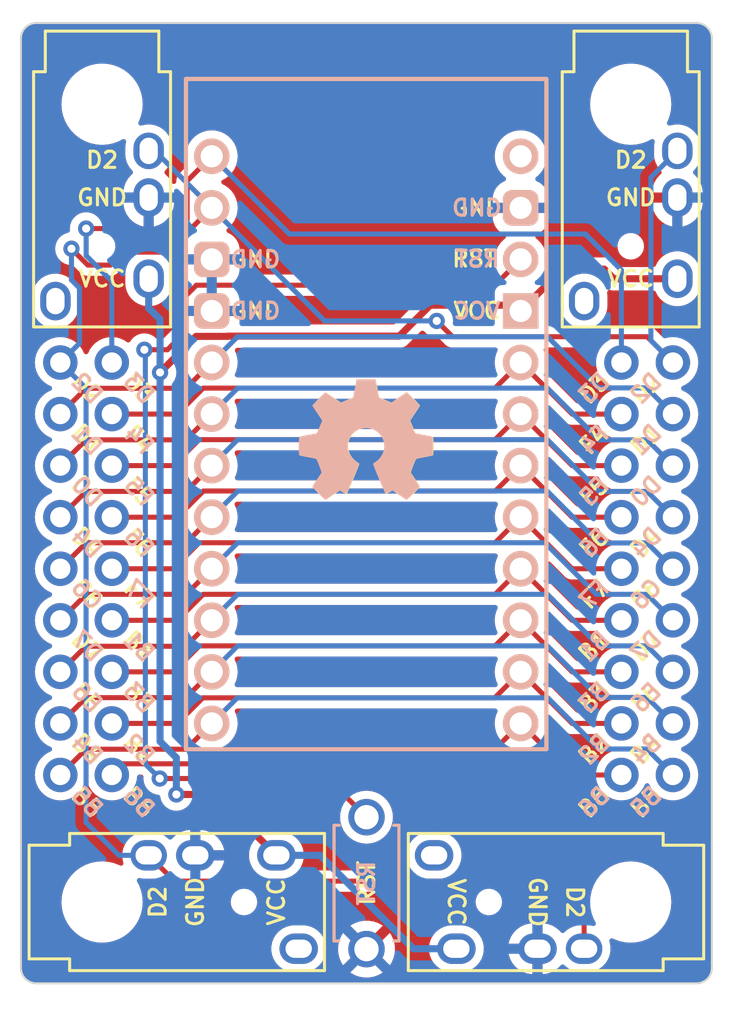
<source format=kicad_pcb>
(kicad_pcb (version 20221018) (generator pcbnew)
  (layers (0 "F.Cu" signal) (31 "B.Cu" signal) (34 "B.Paste" user) (35 "F.Paste" user) (36 "B.SilkS" user "B.Silkscreen") (37 "F.SilkS" user "F.Silkscreen") (38 "B.Mask" user) (39 "F.Mask" user) (44 "Edge.Cuts" user))
  (net 0 "")
  (net 1 "B5")
  (net 2 "B4")
  (net 3 "E6")
  (net 4 "D7")
  (net 5 "C6")
  (net 6 "D4")
  (net 7 "D0")
  (net 8 "D3")
  (net 9 "D1")
  (net 10 "F4")
  (net 11 "F5")
  (net 12 "B6")
  (net 13 "B2")
  (net 14 "B3")
  (net 15 "B1")
  (net 16 "F7")
  (net 17 "F6")
  (net 18 "GND")
  (net 19 "RESET")
  (net 20 "D2")
  (net 21 "VCC")
  (net 22 "VBUS")
  (footprint "DreaM117er-keebLibrary:TRRS-PJ-320A" (layer "F.Cu") (at 20.255 61.27 90)
    (fp_text reference "T1" hide)
    (fp_text value "AudioJack4" hide)
    (fp_text user "VCC" (at 0 10.2 90 unlocked) (layer "F.SilkS") (effects (font (size 0.8 0.8))))
    (fp_text user "GND" (at 0 6.2 90 unlocked) (layer "F.SilkS") (effects (font (size 0.8 0.8))))
    (fp_text user "D2" (at 0 4.35 90 unlocked) (layer "F.SilkS") (effects (font (size 0.8 0.8))))
    (pad "" np_thru_hole circle (at 0 1.6 90) (size 3.5 3.5) (drill 3.5) (layers "F&B.Cu" "*.Mask"))
    (pad "" np_thru_hole circle (at 0 8.6 90) (size 0.8 0.8) (drill 0.8) (layers "F&B.Cu" "*.Mask"))
    (pad "1" thru_hole oval (at 2.3 10.2 90) (size 1.5 1.9) (drill oval 0.9 1.3) (layers "*.Cu" "*.Mask") (net 21 "VCC"))
    (pad "2" thru_hole oval (at 2.3 3.9 90) (size 1.5 1.8) (drill oval 0.9 1.3) (layers "*.Cu" "*.Mask") (net 20 "D2"))
    (pad "3" thru_hole oval (at 2.3 6.2 90) (size 1.5 1.9) (drill oval 0.9 1.3) (layers "*.Cu" "*.Mask") (net 18 "GND"))
    (pad "4" thru_hole oval (at -2.3 11.3 90) (size 1.5 1.9) (drill oval 0.9 1.3) (layers "*.Cu" "*.Mask"))
  )
  (footprint "DreaM117er-keebLibrary:ResetSW_1side" (layer "F.Cu") (at 34.9 60.34 -90)
    (fp_text reference "SW1" hide)
    (fp_text value "SW_Push" hide)
    (fp_text user "RST" (at 0 0.005 90) (layer "B.SilkS") (effects (font (size 0.8 0.8)) (justify mirror)))
    (fp_text user "RST" (at 0 0 90) (layer "F.SilkS") (effects (font (size 0.8 0.8))))
    (pad "1" thru_hole circle (at 3.25 0 270) (size 1.8 1.8) (drill 1.2) (layers "*.Cu" "*.Mask") (net 18 "GND"))
    (pad "2" thru_hole circle (at -3.25 0 270) (size 1.8 1.8) (drill 1.2) (layers "*.Cu" "*.Mask") (net 19 "RESET"))
  )
  (footprint "DreaM117er-keebLibrary:ProMicro" (layer "F.Cu") (at 34.885 38.5 -90)
    (fp_text reference "U1" hide)
    (fp_text value "ProMicro" hide)
    (fp_text user "GND" (at -6.35 5.461) (layer "B.SilkS") (effects (font (size 0.8 0.8)) (justify mirror)))
    (fp_text user "GND" (at -11.43 -5.461) (layer "B.SilkS") (effects (font (size 0.8 0.8)) (justify mirror)))
    (fp_text user "VCC" (at -6.35 -5.461) (layer "B.SilkS") (effects (font (size 0.8 0.8)) (justify mirror)))
    (fp_text user "RST" (at -8.91 -5.48) (layer "B.SilkS") (effects (font (size 0.8 0.8)) (justify mirror)))
    (fp_text user "GND" (at -8.89 5.461) (layer "B.SilkS") (effects (font (size 0.8 0.8)) (justify mirror)))
    (fp_text user "GND" (at -8.89 5.461) (layer "F.SilkS") (effects (font (size 0.8 0.8))))
    (fp_text user "GND" (at -6.35 5.461) (layer "F.SilkS") (effects (font (size 0.8 0.8))))
    (fp_text user "VCC" (at -6.35 -5.461) (layer "F.SilkS") (effects (font (size 0.8 0.8))))
    (fp_text user "RST" (at -8.92 -5.34) (layer "F.SilkS") (effects (font (size 0.8 0.8))))
    (fp_text user "GND" (at -11.43 -5.461) (layer "F.SilkS") (effects (font (size 0.8 0.8))))
    (pad "1" thru_hole circle (at -13.97 7.62 270) (size 1.7526 1.7526) (drill 1.0922) (layers "*.Cu" "*.SilkS" "*.Mask") (net 8 "D3"))
    (pad "2" thru_hole circle (at -11.43 7.62 270) (size 1.7526 1.7526) (drill 1.0922) (layers "*.Cu" "*.SilkS" "*.Mask") (net 20 "D2"))
    (pad "3" thru_hole roundrect (at -8.89 7.62 270) (size 1.7526 1.7526) (drill 1.0922) (layers "*.Cu" "*.SilkS" "*.Mask") (net 18 "GND"))
    (pad "4" thru_hole roundrect (at -6.35 7.62 270) (size 1.7526 1.7526) (drill 1.0922) (layers "*.Cu" "*.SilkS" "*.Mask") (net 18 "GND"))
    (pad "5" thru_hole circle (at -3.81 7.62 270) (size 1.7526 1.7526) (drill 1.0922) (layers "*.Cu" "*.SilkS" "*.Mask") (net 9 "D1"))
    (pad "6" thru_hole circle (at -1.27 7.62 270) (size 1.7526 1.7526) (drill 1.0922) (layers "*.Cu" "*.SilkS" "*.Mask") (net 7 "D0"))
    (pad "7" thru_hole circle (at 1.27 7.62 270) (size 1.7526 1.7526) (drill 1.0922) (layers "*.Cu" "*.SilkS" "*.Mask") (net 6 "D4"))
    (pad "8" thru_hole circle (at 3.81 7.62 270) (size 1.7526 1.7526) (drill 1.0922) (layers "*.Cu" "*.SilkS" "*.Mask") (net 5 "C6"))
    (pad "9" thru_hole circle (at 6.35 7.62 270) (size 1.7526 1.7526) (drill 1.0922) (layers "*.Cu" "*.SilkS" "*.Mask") (net 4 "D7"))
    (pad "10" thru_hole circle (at 8.89 7.62 270) (size 1.7526 1.7526) (drill 1.0922) (layers "*.Cu" "*.SilkS" "*.Mask") (net 3 "E6"))
    (pad "11" thru_hole circle (at 11.43 7.62 270) (size 1.7526 1.7526) (drill 1.0922) (layers "*.Cu" "*.SilkS" "*.Mask") (net 2 "B4"))
    (pad "12" thru_hole circle (at 13.97 7.62 270) (size 1.7526 1.7526) (drill 1.0922) (layers "*.Cu" "*.SilkS" "*.Mask") (net 1 "B5"))
    (pad "13" thru_hole circle (at 13.97 -7.62 270) (size 1.7526 1.7526) (drill 1.0922) (layers "*.Cu" "*.SilkS" "*.Mask") (net 12 "B6"))
    (pad "14" thru_hole circle (at 11.43 -7.62 270) (size 1.7526 1.7526) (drill 1.0922) (layers "*.Cu" "*.SilkS" "*.Mask") (net 13 "B2"))
    (pad "15" thru_hole circle (at 8.89 -7.62 270) (size 1.7526 1.7526) (drill 1.0922) (layers "*.Cu" "*.SilkS" "*.Mask") (net 14 "B3"))
    (pad "16" thru_hole circle (at 6.35 -7.62 270) (size 1.7526 1.7526) (drill 1.0922) (layers "*.Cu" "*.SilkS" "*.Mask") (net 15 "B1"))
    (pad "17" thru_hole circle (at 3.81 -7.62 270) (size 1.7526 1.7526) (drill 1.0922) (layers "*.Cu" "*.SilkS" "*.Mask") (net 16 "F7"))
    (pad "18" thru_hole circle (at 1.27 -7.62 270) (size 1.7526 1.7526) (drill 1.0922) (layers "*.Cu" "*.SilkS" "*.Mask") (net 17 "F6"))
    (pad "19" thru_hole circle (at -1.27 -7.62 270) (size 1.7526 1.7526) (drill 1.0922) (layers "*.Cu" "*.SilkS" "*.Mask") (net 11 "F5"))
    (pad "20" thru_hole circle (at -3.81 -7.62 270) (size 1.7526 1.7526) (drill 1.0922) (layers "*.Cu" "*.SilkS" "*.Mask") (net 10 "F4"))
    (pad "21" thru_hole rect (at -6.35 -7.62 270) (size 1.7526 1.7526) (drill 1.0922) (layers "*.Cu" "*.SilkS" "*.Mask") (net 21 "VCC"))
    (pad "22" thru_hole circle (at -8.89 -7.62 270) (size 1.7526 1.7526) (drill 1.0922) (layers "*.Cu" "*.SilkS" "*.Mask") (net 19 "RESET"))
    (pad "23" thru_hole roundrect (at -11.43 -7.62 270) (size 1.7526 1.7526) (drill 1.0922) (layers "*.Cu" "*.SilkS" "*.Mask") (net 18 "GND"))
    (pad "24" thru_hole circle (at -13.97 -7.62 270) (size 1.7526 1.7526) (drill 1.0922) (layers "*.Cu" "*.SilkS" "*.Mask") (net 22 "VBUS"))
  )
  (footprint "Symbol:OSHW-Symbol_6.7x6mm_SilkScreen" (layer "F.Cu") (at 34.885 38.5)
    (fp_text reference "REF**" hide)
    (fp_text value "OSHW-Symbol_6.7x6mm_SilkScreen" hide)
  )
  (footprint "DreaM117er-keebLibrary:TRRS-PJ-320A" (layer "F.Cu") (at 49.535 61.27 -90)
    (fp_text reference "T4" hide)
    (fp_text value "AudioJack4" hide)
    (fp_text user "VCC" (at 0 10.2 -90 unlocked) (layer "F.SilkS") (effects (font (size 0.8 0.8))))
    (fp_text user "GND" (at 0 6.2 -90 unlocked) (layer "F.SilkS") (effects (font (size 0.8 0.8))))
    (fp_text user "D2" (at 0 4.35 -90 unlocked) (layer "F.SilkS") (effects (font (size 0.8 0.8))))
    (pad "" np_thru_hole circle (at 0 1.6 270) (size 3.5 3.5) (drill 3.5) (layers "F&B.Cu" "*.Mask"))
    (pad "" np_thru_hole circle (at 0 8.6 270) (size 0.8 0.8) (drill 0.8) (layers "F&B.Cu" "*.Mask"))
    (pad "1" thru_hole oval (at 2.3 10.2 270) (size 1.5 1.9) (drill oval 0.9 1.3) (layers "*.Cu" "*.Mask") (net 21 "VCC"))
    (pad "2" thru_hole oval (at 2.3 3.9 270) (size 1.5 1.8) (drill oval 0.9 1.3) (layers "*.Cu" "*.Mask") (net 20 "D2"))
    (pad "3" thru_hole oval (at 2.3 6.2 270) (size 1.5 1.9) (drill oval 0.9 1.3) (layers "*.Cu" "*.Mask") (net 18 "GND"))
    (pad "4" thru_hole oval (at -2.3 11.3 270) (size 1.5 1.9) (drill oval 0.9 1.3) (layers "*.Cu" "*.Mask"))
  )
  (footprint "DreaM117er-keebLibrary:TRRS-PJ-320A" (layer "F.Cu") (at 21.855 20.3635)
    (fp_text reference "T3" hide)
    (fp_text value "AudioJack4" hide)
    (fp_text user "GND" (at 0 6.2 unlocked) (layer "F.SilkS") (effects (font (size 0.8 0.8))))
    (fp_text user "VCC" (at 0 10.2 unlocked) (layer "F.SilkS") (effects (font (size 0.8 0.8))))
    (fp_text user "D2" (at 0 4.35 unlocked) (layer "F.SilkS") (effects (font (size 0.8 0.8))))
    (pad "" np_thru_hole circle (at 0 1.6) (size 3.5 3.5) (drill 3.5) (layers "F&B.Cu" "*.Mask"))
    (pad "" np_thru_hole circle (at 0 8.6) (size 0.8 0.8) (drill 0.8) (layers "F&B.Cu" "*.Mask"))
    (pad "1" thru_hole oval (at 2.3 10.2) (size 1.5 1.9) (drill oval 0.9 1.3) (layers "*.Cu" "*.Mask") (net 21 "VCC"))
    (pad "2" thru_hole oval (at 2.3 3.9) (size 1.5 1.8) (drill oval 0.9 1.3) (layers "*.Cu" "*.Mask") (net 20 "D2"))
    (pad "3" thru_hole oval (at 2.3 6.2) (size 1.5 1.9) (drill oval 0.9 1.3) (layers "*.Cu" "*.Mask") (net 18 "GND"))
    (pad "4" thru_hole oval (at -2.3 11.3) (size 1.5 1.9) (drill oval 0.9 1.3) (layers "*.Cu" "*.Mask"))
  )
  (footprint "DreaM117er-keebLibrary:PinHeader_2x09_P2.54mm_Vertical_Rside" (layer "F.Cu") (at 47.475 34.69)
    (fp_text reference "J2" hide)
    (fp_text value "ProMicro18pin" hide)
    (fp_text user "F5" (at -1.34 6.35 45 unlocked) (layer "B.SilkS") (effects (font (size 0.8 0.8)) (justify mirror)))
    (fp_text user "D4" (at 1.22 8.88 45 unlocked) (layer "B.SilkS") (effects (font (size 0.8 0.8)) (justify mirror)))
    (fp_text user "F4" (at -1.34 3.81 45 unlocked) (layer "B.SilkS") (effects (font (size 0.8 0.8)) (justify mirror)))
    (fp_text user "B5" (at 1.22 21.66 45 unlocked) (layer "B.SilkS") (effects (font (size 0.8 0.8)) (justify mirror)))
    (fp_text user "D2" (at 1.22 1.27 45 unlocked) (layer "B.SilkS") (effects (font (size 0.8 0.8)) (justify mirror)))
    (fp_text user "D0" (at 1.22 6.35 45 unlocked) (layer "B.SilkS") (effects (font (size 0.8 0.8)) (justify mirror)))
    (fp_text user "D7" (at 1.22 13.98 45 unlocked) (layer "B.SilkS") (effects (font (size 0.8 0.8)) (justify mirror)))
    (fp_text user "D3" (at -1.34 1.27 45 unlocked) (layer "B.SilkS") (effects (font (size 0.8 0.8)) (justify mirror)))
    (fp_text user "B6" (at -1.34 21.66 45 unlocked) (layer "B.SilkS") (effects (font (size 0.8 0.8)) (justify mirror)))
    (fp_text user "B2" (at -1.34 19.05 45 unlocked) (layer "B.SilkS") (effects (font (size 0.8 0.8)) (justify mirror)))
    (fp_text user "B4" (at 1.22 19.05 45 unlocked) (layer "B.SilkS") (effects (font (size 0.8 0.8)) (justify mirror)))
    (fp_text user "F7" (at -1.34 11.42 45 unlocked) (layer "B.SilkS") (effects (font (size 0.8 0.8)) (justify mirror)))
    (fp_text user "B1" (at -1.34 13.98 45 unlocked) (layer "B.SilkS") (effects (font (size 0.8 0.8)) (justify mirror)))
    (fp_text user "E6" (at 1.22 16.51 45 unlocked) (layer "B.SilkS") (effects (font (size 0.8 0.8)) (justify mirror)))
    (fp_text user "B3" (at -1.34 16.51 45 unlocked) (layer "B.SilkS") (effects (font (size 0.8 0.8)) (justify mirror)))
    (fp_text user "D1" (at 1.22 3.81 45 unlocked) (layer "B.SilkS") (effects (font (size 0.8 0.8)) (justify mirror)))
    (fp_text user "C6" (at 1.22 11.42 45 unlocked) (layer "B.SilkS") (effects (font (size 0.8 0.8)) (justify mirror)))
    (fp_text user "F6" (at -1.34 8.88 45 unlocked) (layer "B.SilkS") (effects (font (size 0.8 0.8)) (justify mirror)))
    (fp_text user "B5" (at 1.22 21.66 45 unlocked) (layer "F.SilkS") (effects (font (size 0.8 0.8))))
    (fp_text user "D3" (at -1.34 1.27 45 unlocked) (layer "F.SilkS") (effects (font (size 0.8 0.8))))
    (fp_text user "F4" (at -1.34 3.81 45 unlocked) (layer "F.SilkS") (effects (font (size 0.8 0.8))))
    (fp_text user "B6" (at -1.34 21.66 45 unlocked) (layer "F.SilkS") (effects (font (size 0.8 0.8))))
    (fp_text user "B2" (at -1.34 19.05 45 unlocked) (layer "F.SilkS") (effects (font (size 0.8 0.8))))
    (fp_text user "D1" (at 1.22 3.81 45 unlocked) (layer "F.SilkS") (effects (font (size 0.8 0.8))))
    (fp_text user "F5" (at -1.34 6.35 45 unlocked) (layer "F.SilkS") (effects (font (size 0.8 0.8))))
    (fp_text user "F7" (at -1.34 11.42 45 unlocked) (layer "F.SilkS") (effects (font (size 0.8 0.8))))
    (fp_text user "B1" (at -1.34 13.98 45 unlocked) (layer "F.SilkS") (effects (font (size 0.8 0.8))))
    (fp_text user "B4" (at 1.22 19.05 45 unlocked) (layer "F.SilkS") (effects (font (size 0.8 0.8))))
    (fp_text user "D4" (at 1.22 8.88 45 unlocked) (layer "F.SilkS") (effects (font (size 0.8 0.8))))
    (fp_text user "D2" (at 1.22 1.27 45 unlocked) (layer "F.SilkS") (effects (font (size 0.8 0.8))))
    (fp_text user "F6" (at -1.34 8.88 45 unlocked) (layer "F.SilkS") (effects (font (size 0.8 0.8))))
    (fp_text user "D0" (at 1.22 6.35 45 unlocked) (layer "F.SilkS") (effects (font (size 0.8 0.8))))
    (fp_text user "B3" (at -1.34 16.51 45 unlocked) (layer "F.SilkS") (effects (font (size 0.8 0.8))))
    (fp_text user "D7" (at 1.22 13.98 45 unlocked) (layer "F.SilkS") (effects (font (size 0.8 0.8))))
    (fp_text user "E6" (at 1.22 16.51 45 unlocked) (layer "F.SilkS") (effects (font (size 0.8 0.8))))
    (fp_text user "C6" (at 1.22 11.42 45 unlocked) (layer "F.SilkS") (effects (font (size 0.8 0.8))))
    (pad "1" thru_hole oval (at 2.54 0) (size 1.7 1.7) (drill 1) (layers "*.Cu" "*.Mask") (net 20 "D2"))
    (pad "2" thru_hole oval (at 2.54 2.54) (size 1.7 1.7) (drill 1) (layers "*.Cu" "*.Mask") (net 9 "D1"))
    (pad "3" thru_hole oval (at 2.54 5.08) (size 1.7 1.7) (drill 1) (layers "*.Cu" "*.Mask") (net 7 "D0"))
    (pad "4" thru_hole oval (at 2.54 7.62) (size 1.7 1.7) (drill 1) (layers "*.Cu" "*.Mask") (net 6 "D4"))
    (pad "5" thru_hole oval (at 2.54 10.16) (size 1.7 1.7) (drill 1) (layers "*.Cu" "*.Mask") (net 5 "C6"))
    (pad "6" thru_hole oval (at 2.54 12.7) (size 1.7 1.7) (drill 1) (layers "*.Cu" "*.Mask") (net 4 "D7"))
    (pad "7" thru_hole oval (at 2.54 15.24) (size 1.7 1.7) (drill 1) (layers "*.Cu" "*.Mask") (net 3 "E6"))
    (pad "8" thru_hole oval (at 2.54 17.78) (size 1.7 1.7) (drill 1) (layers "*.Cu" "*.Mask") (net 2 "B4"))
    (pad "9" thru_hole oval (at 2.54 20.32) (size 1.7 1.7) (drill 1) (layers "*.Cu" "*.Mask") (net 1 "B5"))
    (pad "10" thru_hole circle (at 0 0) (size 1.7 1.7) (drill 1) (layers "*.Cu" "*.Mask") (net 8 "D3"))
    (pad "11" thru_hole oval (at 0 2.54) (size 1.7 1.7) (drill 1) (layers "*.Cu" "*.Mask") (net 10 "F4"))
    (pad "12" thru_hole oval (at 0 5.08) (size 1.7 1.7) (drill 1) (layers "*.Cu" "*.Mask") (net 11 "F5"))
    (pad "13" thru_hole oval (at 0 7.62) (size 1.7 1.7) (drill 1) (layers "*.Cu" "*.Mask") (net 17 "F6"))
    (pad "14" thru_hole oval (at 0 10.16) (size 1.7 1.7) (drill 1) (layers "*.Cu" "*.Mask") (net 16 "F7"))
    (pad "15" thru_hole oval (at 0 12.7) (size 1.7 1.7) (drill 1) (layers "*.Cu" "*.Mask") (net 15 "B1"))
    (pad "16" thru_hole oval (at 0 15.24) (size 1.7 1.7) (drill 1) (layers "*.Cu" "*.Mask") (net 14 "B3"))
    (pad "17" thru_hole oval (at 0 17.78) (size 1.7 1.7) (drill 1) (layers "*.Cu" "*.Mask") (net 13 "B2"))
    (pad "18" thru_hole oval (at 0 20.32) (size 1.7 1.7) (drill 1) (layers "*.Cu" "*.Mask") (net 12 "B6"))
  )
  (footprint "DreaM117er-keebLibrary:TRRS-PJ-320A" (layer "F.Cu") (at 47.935 20.3635)
    (fp_text reference "T2" hide)
    (fp_text value "AudioJack4" hide)
    (fp_text user "VCC" (at 0 10.2 unlocked) (layer "F.SilkS") (effects (font (size 0.8 0.8))))
    (fp_text user "GND" (at 0 6.2 unlocked) (layer "F.SilkS") (effects (font (size 0.8 0.8))))
    (fp_text user "D2" (at 0 4.35 unlocked) (layer "F.SilkS") (effects (font (size 0.8 0.8))))
    (pad "" np_thru_hole circle (at 0 1.6) (size 3.5 3.5) (drill 3.5) (layers "F&B.Cu" "*.Mask"))
    (pad "" np_thru_hole circle (at 0 8.6) (size 0.8 0.8) (drill 0.8) (layers "F&B.Cu" "*.Mask"))
    (pad "1" thru_hole oval (at 2.3 10.2) (size 1.5 1.9) (drill oval 0.9 1.3) (layers "*.Cu" "*.Mask") (net 21 "VCC"))
    (pad "2" thru_hole oval (at 2.3 3.9) (size 1.5 1.8) (drill oval 0.9 1.3) (layers "*.Cu" "*.Mask") (net 20 "D2"))
    (pad "3" thru_hole oval (at 2.3 6.2) (size 1.5 1.9) (drill oval 0.9 1.3) (layers "*.Cu" "*.Mask") (net 18 "GND"))
    (pad "4" thru_hole oval (at -2.3 11.3) (size 1.5 1.9) (drill oval 0.9 1.3) (layers "*.Cu" "*.Mask"))
  )
  (footprint "Symbol:OSHW-Symbol_6.7x6mm_SilkScreen" (layer "B.Cu") (at 34.885 38.5 180)
    (fp_text reference "REF**" hide)
    (fp_text value "OSHW-Symbol_6.7x6mm_SilkScreen" hide)
  )
  (footprint "DreaM117er-keebLibrary:PinHeader_2x09_P2.54mm_Vertical_Rside" (layer "B.Cu") (at 22.335 34.69 180)
    (fp_text reference "J1" hide)
    (fp_text value "ProMicro18pin" hide)
    (fp_text user "D3" (at -1.34 -1.27 315 unlocked) (layer "B.SilkS") (effects (font (size 0.8 0.8)) (justify mirror)))
    (fp_text user "F7" (at -1.34 -11.42 315 unlocked) (layer "B.SilkS") (effects (font (size 0.8 0.8)) (justify mirror)))
    (fp_text user "D0" (at 1.22 -6.35 315 unlocked) (layer "B.SilkS") (effects (font (size 0.8 0.8)) (justify mirror)))
    (fp_text user "C6" (at 1.22 -11.42 315 unlocked) (layer "B.SilkS") (effects (font (size 0.8 0.8)) (justify mirror)))
    (fp_text user "B4" (at 1.22 -19.05 315 unlocked) (layer "B.SilkS") (effects (font (size 0.8 0.8)) (justify mirror)))
    (fp_text user "B3" (at -1.34 -16.51 315 unlocked) (layer "B.SilkS") (effects (font (size 0.8 0.8)) (justify mirror)))
    (fp_text user "F6" (at -1.34 -8.88 315 unlocked) (layer "B.SilkS") (effects (font (size 0.8 0.8)) (justify mirror)))
    (fp_text user "D4" (at 1.22 -8.88 315 unlocked) (layer "B.SilkS") (effects (font (size 0.8 0.8)) (justify mirror)))
    (fp_text user "E6" (at 1.22 -16.51 315 unlocked) (layer "B.SilkS") (effects (font (size 0.8 0.8)) (justify mirror)))
    (fp_text user "D2" (at 1.22 -1.27 315 unlocked) (layer "B.SilkS") (effects (font (size 0.8 0.8)) (justify mirror)))
    (fp_text user "B6" (at -1.34 -21.66 315 unlocked) (layer "B.SilkS") (effects (font (size 0.8 0.8)) (justify mirror)))
    (fp_text user "B2" (at -1.34 -19.05 315 unlocked) (layer "B.SilkS") (effects (font (size 0.8 0.8)) (justify mirror)))
    (fp_text user "D1" (at 1.22 -3.81 315 unlocked) (layer "B.SilkS") (effects (font (size 0.8 0.8)) (justify mirror)))
    (fp_text user "F4" (at -1.34 -3.81 315 unlocked) (layer "B.SilkS") (effects (font (size 0.8 0.8)) (justify mirror)))
    (fp_text user "F5" (at -1.34 -6.35 315 unlocked) (layer "B.SilkS") (effects (font (size 0.8 0.8)) (justify mirror)))
    (fp_text user "B1" (at -1.34 -13.98 315 unlocked) (layer "B.SilkS") (effects (font (size 0.8 0.8)) (justify mirror)))
    (fp_text user "B5" (at 1.22 -21.66 315 unlocked) (layer "B.SilkS") (effects (font (size 0.8 0.8)) (justify mirror)))
    (fp_text user "D7" (at 1.22 -13.98 315 unlocked) (layer "B.SilkS") (effects (font (size 0.8 0.8)) (justify mirror)))
    (fp_text user "E6" (at 1.22 -16.51 315 unlocked) (layer "F.SilkS") (effects (font (size 0.8 0.8))))
    (fp_text user "F5" (at -1.34 -6.35 315 unlocked) (layer "F.SilkS") (effects (font (size 0.8 0.8))))
    (fp_text user "D1" (at 1.22 -3.81 315 unlocked) (layer "F.SilkS") (effects (font (size 0.8 0.8))))
    (fp_text user "F7" (at -1.34 -11.42 315 unlocked) (layer "F.SilkS") (effects (font (size 0.8 0.8))))
    (fp_text user "B2" (at -1.34 -19.05 315 unlocked) (layer "F.SilkS") (effects (font (size 0.8 0.8))))
    (fp_text user "C6" (at 1.22 -11.42 315 unlocked) (layer "F.SilkS") (effects (font (size 0.8 0.8))))
    (fp_text user "D2" (at 1.22 -1.27 315 unlocked) (layer "F.SilkS") (effects (font (size 0.8 0.8))))
    (fp_text user "D7" (at 1.22 -13.98 315 unlocked) (layer "F.SilkS") (effects (font (size 0.8 0.8))))
    (fp_text user "B5" (at 1.22 -21.66 315 unlocked) (layer "F.SilkS") (effects (font (size 0.8 0.8))))
    (fp_text user "F4" (at -1.34 -3.81 315 unlocked) (layer "F.SilkS") (effects (font (size 0.8 0.8))))
    (fp_text user "D4" (at 1.22 -8.88 315 unlocked) (layer "F.SilkS") (effects (font (size 0.8 0.8))))
    (fp_text user "B6" (at -1.34 -21.66 315 unlocked) (layer "F.SilkS") (effects (font (size 0.8 0.8))))
    (fp_text user "B4" (at 1.22 -19.05 315 unlocked) (layer "F.SilkS") (effects (font (size 0.8 0.8))))
    (fp_text user "D0" (at 1.22 -6.35 315 unlocked) (layer "F.SilkS") (effects (font (size 0.8 0.8))))
    (fp_text user "B1" (at -1.34 -13.98 315 unlocked) (layer "F.SilkS") (effects (font (size 0.8 0.8))))
    (fp_text user "F6" (at -1.34 -8.88 315 unlocked) (layer "F.SilkS") (effects (font (size 0.8 0.8))))
    (fp_text user "B3" (at -1.34 -16.51 315 unlocked) (layer "F.SilkS") (effects (font (size 0.8 0.8))))
    (fp_text user "D3" (at -1.34 -1.27 315 unlocked) (layer "F.SilkS") (effects (font (size 0.8 0.8))))
    (pad "1" thru_hole oval (at 2.54 0 180) (size 1.7 1.7) (drill 1) (layers "*.Cu" "*.Mask") (net 20 "D2"))
    (pad "2" thru_hole oval (at 2.54 -2.54 180) (size 1.7 1.7) (drill 1) (layers "*.Cu" "*.Mask") (net 9 "D1"))
    (pad "3" thru_hole oval (at 2.54 -5.08 180) (size 1.7 1.7) (drill 1) (layers "*.Cu" "*.Mask") (net 7 "D0"))
    (pad "4" thru_hole oval (at 2.54 -7.62 180) (size 1.7 1.7) (drill 1) (layers "*.Cu" "*.Mask") (net 6 "D4"))
    (pad "5" thru_hole oval (at 2.54 -10.16 180) (size 1.7 1.7) (drill 1) (layers "*.Cu" "*.Mask") (net 5 "C6"))
    (pad "6" thru_hole oval (at 2.54 -12.7 180) (size 1.7 1.7) (drill 1) (layers "*.Cu" "*.Mask") (net 4 "D7"))
    (pad "7" thru_hole oval (at 2.54 -15.24 180) (size 1.7 1.7) (drill 1) (layers "*.Cu" "*.Mask") (net 3 "E6"))
    (pad "8" thru_hole oval (at 2.54 -17.78 180) (size 1.7 1.7) (drill 1) (layers "*.Cu" "*.Mask") (net 2 "B4"))
    (pad "9" thru_hole oval (at 2.54 -20.32 180) (size 1.7 1.7) (drill 1) (layers "*.Cu" "*.Mask") (net 1 "B5"))
    (pad "10" thru_hole circle (at 0 0 180) (size 1.7 1.7) (drill 1) (layers "*.Cu" "*.Mask") (net 8 "D3"))
    (pad "11" thru_hole oval (at 0 -2.54 180) (size 1.7 1.7) (drill 1) (layers "*.Cu" "*.Mask") (net 10 "F4"))
    (pad "12" thru_hole oval (at 0 -5.08 180) (size 1.7 1.7) (drill 1) (layers "*.Cu" "*.Mask") (net 11 "F5"))
    (pad "13" thru_hole oval (at 0 -7.62 180) (size 1.7 1.7) (drill 1) (layers "*.Cu" "*.Mask") (net 17 "F6"))
    (pad "14" thru_hole oval (at 0 -10.16 180) (size 1.7 1.7) (drill 1) (layers "*.Cu" "*.Mask") (net 16 "F7"))
    (pad "15" thru_hole oval (at 0 -12.7 180) (size 1.7 1.7) (drill 1) (layers "*.Cu" "*.Mask") (net 15 "B1"))
    (pad "16" thru_hole oval (at 0 -15.24 180) (size 1.7 1.7) (drill 1) (layers "*.Cu" "*.Mask") (net 14 "B3"))
    (pad "17" thru_hole oval (at 0 -17.78 180) (size 1.7 1.7) (drill 1) (layers "*.Cu" "*.Mask") (net 13 "B2"))
    (pad "18" thru_hole oval (at 0 -20.32 180) (size 1.7 1.7) (drill 1) (layers "*.Cu" "*.Mask") (net 12 "B6"))
  )
  (gr_arc (start 17.853 18.7255) (mid 18.076185 18.186685) (end 18.615 17.9635) (stroke (width 0.1)) (layer "Edge.Cuts"))
  (gr_line (start 51.937 18.7255) (end 51.937 64.52) (stroke (width 0.1)) (layer "Edge.Cuts"))
  (gr_line (start 18.615 17.9635) (end 51.175 17.9635) (stroke (width 0.1)) (layer "Edge.Cuts"))
  (gr_arc (start 51.937 64.52) (mid 51.712117 65.054715) (end 51.175 65.273815) (stroke (width 0.1)) (layer "Edge.Cuts"))
  (gr_line (start 18.616815 65.273815) (end 51.175 65.273815) (stroke (width 0.1)) (layer "Edge.Cuts"))
  (gr_line (start 17.853 18.7255) (end 17.853 64.51) (stroke (width 0.1)) (layer "Edge.Cuts"))
  (gr_arc (start 18.616815 65.273815) (mid 18.076707 65.050104) (end 17.853 64.51) (stroke (width 0.1)) (layer "Edge.Cuts"))
  (gr_arc (start 51.175 17.9635) (mid 51.713815 18.186685) (end 51.937 18.7255) (stroke (width 0.1)) (layer "Edge.Cuts"))
  (segment (start 25.995 53.74) (end 27.265 52.47) (width 0.25) (layer "F.Cu") (net 1))
  (segment (start 19.795 55.01) (end 21.065 53.74) (width 0.25) (layer "F.Cu") (net 1))
  (segment (start 21.065 53.74) (end 25.995 53.74) (width 0.25) (layer "F.Cu") (net 1))
  (segment (start 43.844 51.21) (end 28.525 51.21) (width 0.25) (layer "B.Cu") (net 1))
  (segment (start 50.015 55.01) (end 48.735 53.73) (width 0.25) (layer "B.Cu") (net 1))
  (segment (start 28.525 51.21) (end 27.265 52.47) (width 0.25) (layer "B.Cu") (net 1))
  (segment (start 48.735 53.73) (end 46.364 53.73) (width 0.25) (layer "B.Cu") (net 1))
  (segment (start 46.364 53.73) (end 43.844 51.21) (width 0.25) (layer "B.Cu") (net 1))
  (segment (start 19.795 52.47) (end 21.065 51.2) (width 0.25) (layer "F.Cu") (net 2))
  (segment (start 21.065 51.2) (end 25.995 51.2) (width 0.25) (layer "F.Cu") (net 2))
  (segment (start 25.995 51.2) (end 27.265 49.93) (width 0.25) (layer "F.Cu") (net 2))
  (segment (start 43.824 48.65) (end 46.364 51.19) (width 0.25) (layer "B.Cu") (net 2))
  (segment (start 27.265 49.93) (end 28.545 48.65) (width 0.25) (layer "B.Cu") (net 2))
  (segment (start 48.735 51.19) (end 50.015 52.47) (width 0.25) (layer "B.Cu") (net 2))
  (segment (start 28.545 48.65) (end 43.824 48.65) (width 0.25) (layer "B.Cu") (net 2))
  (segment (start 46.364 51.19) (end 48.735 51.19) (width 0.25) (layer "B.Cu") (net 2))
  (segment (start 19.795 49.93) (end 21.055 48.67) (width 0.25) (layer "F.Cu") (net 3))
  (segment (start 21.055 48.67) (end 25.985 48.67) (width 0.25) (layer "F.Cu") (net 3))
  (segment (start 25.985 48.67) (end 27.265 47.39) (width 0.25) (layer "F.Cu") (net 3))
  (segment (start 28.545 46.11) (end 27.265 47.39) (width 0.25) (layer "B.Cu") (net 3))
  (segment (start 46.364 48.65) (end 43.824 46.11) (width 0.25) (layer "B.Cu") (net 3))
  (segment (start 50.015 49.93) (end 48.735 48.65) (width 0.25) (layer "B.Cu") (net 3))
  (segment (start 43.824 46.11) (end 28.545 46.11) (width 0.25) (layer "B.Cu") (net 3))
  (segment (start 48.735 48.65) (end 46.364 48.65) (width 0.25) (layer "B.Cu") (net 3))
  (segment (start 19.795 47.39) (end 21.075 46.11) (width 0.25) (layer "F.Cu") (net 4))
  (segment (start 26.005 46.11) (end 27.265 44.85) (width 0.25) (layer "F.Cu") (net 4))
  (segment (start 21.075 46.11) (end 26.005 46.11) (width 0.25) (layer "F.Cu") (net 4))
  (segment (start 27.265 44.85) (end 28.545 43.57) (width 0.25) (layer "B.Cu") (net 4))
  (segment (start 48.735 46.11) (end 50.015 47.39) (width 0.25) (layer "B.Cu") (net 4))
  (segment (start 28.545 43.57) (end 43.697 43.57) (width 0.25) (layer "B.Cu") (net 4))
  (segment (start 46.237 46.11) (end 48.735 46.11) (width 0.25) (layer "B.Cu") (net 4))
  (segment (start 43.697 43.57) (end 46.237 46.11) (width 0.25) (layer "B.Cu") (net 4))
  (segment (start 21.075 43.57) (end 26.005 43.57) (width 0.25) (layer "F.Cu") (net 5))
  (segment (start 19.795 44.85) (end 21.075 43.57) (width 0.25) (layer "F.Cu") (net 5))
  (segment (start 26.005 43.57) (end 27.265 42.31) (width 0.25) (layer "F.Cu") (net 5))
  (segment (start 46.368447 43.58) (end 43.808447 41.02) (width 0.25) (layer "B.Cu") (net 5))
  (segment (start 43.808447 41.02) (end 28.555 41.02) (width 0.25) (layer "B.Cu") (net 5))
  (segment (start 48.745 43.58) (end 46.368447 43.58) (width 0.25) (layer "B.Cu") (net 5))
  (segment (start 28.555 41.02) (end 27.265 42.31) (width 0.25) (layer "B.Cu") (net 5))
  (segment (start 50.015 44.85) (end 48.745 43.58) (width 0.25) (layer "B.Cu") (net 5))
  (segment (start 19.795 42.31) (end 21.065 41.04) (width 0.25) (layer "F.Cu") (net 6))
  (segment (start 21.065 41.04) (end 25.995 41.04) (width 0.25) (layer "F.Cu") (net 6))
  (segment (start 25.995 41.04) (end 27.265 39.77) (width 0.25) (layer "F.Cu") (net 6))
  (segment (start 27.265 39.77) (end 28.545 38.49) (width 0.25) (layer "B.Cu") (net 6))
  (segment (start 46.374 41.04) (end 48.745 41.04) (width 0.25) (layer "B.Cu") (net 6))
  (segment (start 48.745 41.04) (end 50.015 42.31) (width 0.25) (layer "B.Cu") (net 6))
  (segment (start 28.545 38.49) (end 43.824 38.49) (width 0.25) (layer "B.Cu") (net 6))
  (segment (start 43.824 38.49) (end 46.374 41.04) (width 0.25) (layer "B.Cu") (net 6))
  (segment (start 19.795 39.77) (end 21.065 38.5) (width 0.25) (layer "F.Cu") (net 7))
  (segment (start 25.995 38.5) (end 27.265 37.23) (width 0.25) (layer "F.Cu") (net 7))
  (segment (start 21.065 38.5) (end 25.995 38.5) (width 0.25) (layer "F.Cu") (net 7))
  (segment (start 48.745 38.5) (end 46.374 38.5) (width 0.25) (layer "B.Cu") (net 7))
  (segment (start 46.374 38.5) (end 43.824 35.95) (width 0.25) (layer "B.Cu") (net 7))
  (segment (start 50.015 39.77) (end 48.745 38.5) (width 0.25) (layer "B.Cu") (net 7))
  (segment (start 28.545 35.95) (end 27.265 37.23) (width 0.25) (layer "B.Cu") (net 7))
  (segment (start 43.824 35.95) (end 28.545 35.95) (width 0.25) (layer "B.Cu") (net 7))
  (segment (start 26.05 25.745) (end 27.265 24.53) (width 0.25) (layer "F.Cu") (net 8))
  (segment (start 22.98 28.8) (end 24.898604 28.8) (width 0.25) (layer "F.Cu") (net 8))
  (segment (start 26.05 27.648604) (end 26.05 25.745) (width 0.25) (layer "F.Cu") (net 8))
  (segment (start 21.07 28.09) (end 22.27 28.09) (width 0.25) (layer "F.Cu") (net 8))
  (segment (start 24.898604 28.8) (end 26.05 27.648604) (width 0.25) (layer "F.Cu") (net 8))
  (segment (start 22.27 28.09) (end 22.98 28.8) (width 0.25) (layer "F.Cu") (net 8))
  (via (at 21.07 28.09) (size 0.8) (drill 0.4) (layers "F.Cu" "B.Cu") (net 8))
  (segment (start 47.475 30.14) (end 45.695 28.36) (width 0.25) (layer "B.Cu") (net 8))
  (segment (start 31.095 28.36) (end 27.265 24.53) (width 0.25) (layer "B.Cu") (net 8))
  (segment (start 21.07 29.42) (end 22.335 30.685) (width 0.25) (layer "B.Cu") (net 8))
  (segment (start 45.695 28.36) (end 31.095 28.36) (width 0.25) (layer "B.Cu") (net 8))
  (segment (start 22.335 30.685) (end 22.335 34.69) (width 0.25) (layer "B.Cu") (net 8))
  (segment (start 47.475 34.69) (end 47.475 30.14) (width 0.25) (layer "B.Cu") (net 8))
  (segment (start 21.07 28.09) (end 21.07 29.42) (width 0.25) (layer "B.Cu") (net 8))
  (segment (start 21.065 35.96) (end 25.995 35.96) (width 0.25) (layer "F.Cu") (net 9))
  (segment (start 25.995 35.96) (end 27.265 34.69) (width 0.25) (layer "F.Cu") (net 9))
  (segment (start 19.795 37.23) (end 21.065 35.96) (width 0.25) (layer "F.Cu") (net 9))
  (segment (start 28.535 33.42) (end 43.834 33.42) (width 0.25) (layer "B.Cu") (net 9))
  (segment (start 46.354 35.94) (end 48.725 35.94) (width 0.25) (layer "B.Cu") (net 9))
  (segment (start 48.725 35.94) (end 50.015 37.23) (width 0.25) (layer "B.Cu") (net 9))
  (segment (start 27.265 34.69) (end 28.535 33.42) (width 0.25) (layer "B.Cu") (net 9))
  (segment (start 43.834 33.42) (end 46.354 35.94) (width 0.25) (layer "B.Cu") (net 9))
  (segment (start 45.045 37.23) (end 42.505 34.69) (width 0.25) (layer "F.Cu") (net 10))
  (segment (start 25.566105 37.23) (end 26.846105 35.95) (width 0.25) (layer "F.Cu") (net 10))
  (segment (start 47.475 37.23) (end 45.045 37.23) (width 0.25) (layer "F.Cu") (net 10))
  (segment (start 22.335 37.23) (end 25.566105 37.23) (width 0.25) (layer "F.Cu") (net 10))
  (segment (start 41.245 35.95) (end 42.505 34.69) (width 0.25) (layer "F.Cu") (net 10))
  (segment (start 26.846105 35.95) (end 41.245 35.95) (width 0.25) (layer "F.Cu") (net 10))
  (segment (start 26.641396 38.49) (end 25.361396 39.77) (width 0.25) (layer "F.Cu") (net 11))
  (segment (start 41.245 38.49) (end 26.641396 38.49) (width 0.25) (layer "F.Cu") (net 11))
  (segment (start 25.361396 39.77) (end 22.335 39.77) (width 0.25) (layer "F.Cu") (net 11))
  (segment (start 45.045 39.77) (end 42.505 37.23) (width 0.25) (layer "F.Cu") (net 11))
  (segment (start 42.505 37.23) (end 41.245 38.49) (width 0.25) (layer "F.Cu") (net 11))
  (segment (start 47.475 39.77) (end 45.045 39.77) (width 0.25) (layer "F.Cu") (net 11))
  (segment (start 22.885 54.46) (end 40.515 54.46) (width 0.25) (layer "F.Cu") (net 12))
  (segment (start 22.335 55.01) (end 22.885 54.46) (width 0.25) (layer "F.Cu") (net 12))
  (segment (start 45.045 55.01) (end 42.505 52.47) (width 0.25) (layer "F.Cu") (net 12))
  (segment (start 40.515 54.46) (end 42.505 52.47) (width 0.25) (layer "F.Cu") (net 12))
  (segment (start 47.475 55.01) (end 45.045 55.01) (width 0.25) (layer "F.Cu") (net 12))
  (segment (start 25.566105 52.47) (end 26.826105 51.21) (width 0.25) (layer "F.Cu") (net 13))
  (segment (start 41.225 51.21) (end 42.505 49.93) (width 0.25) (layer "F.Cu") (net 13))
  (segment (start 45.045 52.47) (end 47.475 52.47) (width 0.25) (layer "F.Cu") (net 13))
  (segment (start 22.335 52.47) (end 25.566105 52.47) (width 0.25) (layer "F.Cu") (net 13))
  (segment (start 26.826105 51.21) (end 41.225 51.21) (width 0.25) (layer "F.Cu") (net 13))
  (segment (start 42.505 49.93) (end 45.045 52.47) (width 0.25) (layer "F.Cu") (net 13))
  (segment (start 45.045 49.93) (end 42.505 47.39) (width 0.25) (layer "F.Cu") (net 14))
  (segment (start 25.375 49.93) (end 22.335 49.93) (width 0.25) (layer "F.Cu") (net 14))
  (segment (start 47.475 49.93) (end 45.045 49.93) (width 0.25) (layer "F.Cu") (net 14))
  (segment (start 26.655 48.65) (end 25.375 49.93) (width 0.25) (layer "F.Cu") (net 14))
  (segment (start 42.505 47.39) (end 41.245 48.65) (width 0.25) (layer "F.Cu") (net 14))
  (segment (start 41.245 48.65) (end 26.655 48.65) (width 0.25) (layer "F.Cu") (net 14))
  (segment (start 47.475 47.39) (end 45.045 47.39) (width 0.25) (layer "F.Cu") (net 15))
  (segment (start 25.566105 47.39) (end 26.846105 46.11) (width 0.25) (layer "F.Cu") (net 15))
  (segment (start 22.335 47.39) (end 25.566105 47.39) (width 0.25) (layer "F.Cu") (net 15))
  (segment (start 45.045 47.39) (end 42.505 44.85) (width 0.25) (layer "F.Cu") (net 15))
  (segment (start 26.846105 46.11) (end 41.245 46.11) (width 0.25) (layer "F.Cu") (net 15))
  (segment (start 41.245 46.11) (end 42.505 44.85) (width 0.25) (layer "F.Cu") (net 15))
  (segment (start 45.045 44.85) (end 42.505 42.31) (width 0.25) (layer "F.Cu") (net 16))
  (segment (start 26.641396 43.57) (end 25.361396 44.85) (width 0.25) (layer "F.Cu") (net 16))
  (segment (start 47.475 44.85) (end 45.045 44.85) (width 0.25) (layer "F.Cu") (net 16))
  (segment (start 42.505 42.31) (end 41.245 43.57) (width 0.25) (layer "F.Cu") (net 16))
  (segment (start 25.361396 44.85) (end 22.335 44.85) (width 0.25) (layer "F.Cu") (net 16))
  (segment (start 41.245 43.57) (end 26.641396 43.57) (width 0.25) (layer "F.Cu") (net 16))
  (segment (start 22.335 42.31) (end 25.566105 42.31) (width 0.25) (layer "F.Cu") (net 17))
  (segment (start 47.475 42.31) (end 45.045 42.31) (width 0.25) (layer "F.Cu") (net 17))
  (segment (start 25.566105 42.31) (end 26.856105 41.02) (width 0.25) (layer "F.Cu") (net 17))
  (segment (start 45.045 42.31) (end 42.505 39.77) (width 0.25) (layer "F.Cu") (net 17))
  (segment (start 41.255 41.02) (end 42.505 39.77) (width 0.25) (layer "F.Cu") (net 17))
  (segment (start 26.856105 41.02) (end 41.255 41.02) (width 0.25) (layer "F.Cu") (net 17))
  (segment (start 26.51 30.88) (end 41.235 30.88) (width 0.25) (layer "F.Cu") (net 19))
  (segment (start 25.99 33.15) (end 25.99 31.4) (width 0.25) (layer "F.Cu") (net 19))
  (segment (start 41.235 30.88) (end 42.505 29.61) (width 0.25) (layer "F.Cu") (net 19))
  (segment (start 24.7 55.1845) (end 32.9945 55.1845) (width 0.25) (layer "F.Cu") (net 19))
  (segment (start 25.99 31.4) (end 26.51 30.88) (width 0.25) (layer "F.Cu") (net 19))
  (segment (start 23.941 34.06) (end 25.08 34.06) (width 0.25) (layer "F.Cu") (net 19))
  (segment (start 32.9945 55.1845) (end 34.9 57.09) (width 0.25) (layer "F.Cu") (net 19))
  (segment (start 25.08 34.06) (end 25.99 33.15) (width 0.25) (layer "F.Cu") (net 19))
  (via (at 24.7 55.1845) (size 0.8) (drill 0.4) (layers "F.Cu" "B.Cu") (net 19))
  (via (at 23.941 34.06) (size 0.8) (drill 0.4) (layers "F.Cu" "B.Cu") (net 19))
  (segment (start 23.9905 34.1095) (end 23.941 34.06) (width 0.25) (layer "B.Cu") (net 19))
  (segment (start 23.9905 54.475) (end 23.9905 34.1095) (width 0.25) (layer "B.Cu") (net 19))
  (segment (start 24.7 55.1845) (end 23.9905 54.475) (width 0.25) (layer "B.Cu") (net 19))
  (segment (start 20.3455 29.083434) (end 21.152066 29.89) (width 0.25) (layer "F.Cu") (net 20))
  (segment (start 22.9 29.25) (end 25.085 29.25) (width 0.25) (layer "F.Cu") (net 20))
  (segment (start 38.365 32.64) (end 39.145 33.42) (width 0.25) (layer "F.Cu") (net 20))
  (segment (start 22.26 29.89) (end 22.9 29.25) (width 0.25) (layer "F.Cu") (net 20))
  (segment (start 25.425 60.24) (end 44.07 60.24) (width 0.25) (layer "F.Cu") (net 20))
  (segment (start 24.155 58.97) (end 25.425 60.24) (width 0.25) (layer "F.Cu") (net 20))
  (segment (start 48.745 33.42) (end 50.015 34.69) (width 0.25) (layer "F.Cu") (net 20))
  (segment (start 39.145 33.42) (end 48.745 33.42) (width 0.25) (layer "F.Cu") (net 20))
  (segment (start 45.635 61.805) (end 45.635 63.57) (width 0.25) (layer "F.Cu") (net 20))
  (segment (start 44.07 60.24) (end 45.635 61.805) (width 0.25) (layer "F.Cu") (net 20))
  (segment (start 21.152066 29.89) (end 22.26 29.89) (width 0.25) (layer "F.Cu") (net 20))
  (segment (start 25.085 29.25) (end 27.265 27.07) (width 0.25) (layer "F.Cu") (net 20))
  (via (at 20.3455 29.083434) (size 0.8) (drill 0.4) (layers "F.Cu" "B.Cu") (net 20))
  (via (at 38.365 32.64) (size 0.8) (drill 0.4) (layers "F.Cu" "B.Cu") (net 20))
  (segment (start 20.3455 29.083434) (end 20.3455 30.6255) (width 0.25) (layer "B.Cu") (net 20))
  (segment (start 24.4585 24.2635) (end 24.155 24.2635) (width 0.25) (layer "B.Cu") (net 20))
  (segment (start 19.795 34.69) (end 21.065 35.96) (width 0.25) (layer "B.Cu") (net 20))
  (segment (start 48.93 25.5685) (end 48.93 33.605) (width 0.25) (layer "B.Cu") (net 20))
  (segment (start 21.065 57.345) (end 22.69 58.97) (width 0.25) (layer "B.Cu") (net 20))
  (segment (start 21.065 35.96) (end 21.065 57.345) (width 0.25) (layer "B.Cu") (net 20))
  (segment (start 27.265 27.07) (end 32.835 32.64) (width 0.25) (layer "B.Cu") (net 20))
  (segment (start 27.265 27.07) (end 24.4585 24.2635) (width 0.25) (layer "B.Cu") (net 20))
  (segment (start 20.3455 30.6255) (end 20.74 31.02) (width 0.25) (layer "B.Cu") (net 20))
  (segment (start 20.74 31.02) (end 20.74 33.745) (width 0.25) (layer "B.Cu") (net 20))
  (segment (start 32.835 32.64) (end 38.365 32.64) (width 0.25) (layer "B.Cu") (net 20))
  (segment (start 20.74 33.745) (end 19.795 34.69) (width 0.25) (layer "B.Cu") (net 20))
  (segment (start 22.69 58.97) (end 24.155 58.97) (width 0.25) (layer "B.Cu") (net 20))
  (segment (start 48.93 33.605) (end 50.015 34.69) (width 0.25) (layer "B.Cu") (net 20))
  (segment (start 50.235 24.2635) (end 48.93 25.5685) (width 0.25) (layer "B.Cu") (net 20))
  (segment (start 28.051268 33.39) (end 28.039968 33.4013) (width 0.35) (layer "F.Cu") (net 21))
  (segment (start 42.27 31.915) (end 42.22 31.865) (width 0.35) (layer "F.Cu") (net 21))
  (segment (start 42.505 32.15) (end 44.565 30.09) (width 0.35) (layer "F.Cu") (net 21))
  (segment (start 46.63 30.09) (end 47.1035 30.5635) (width 0.35) (layer "F.Cu") (net 21))
  (segment (start 25.52 55.97) (end 27.455 55.97) (width 0.35) (layer "F.Cu") (net 21))
  (segment (start 47.1035 30.5635) (end 50.235 30.5635) (width 0.35) (layer "F.Cu") (net 21))
  (segment (start 28.039968 33.4013) (end 26.4942 33.4013) (width 0.35) (layer "F.Cu") (net 21))
  (segment (start 42.27 31.915) (end 42.505 32.15) (width 0.25) (layer "F.Cu") (net 21))
  (segment (start 27.455 55.97) (end 30.455 58.97) (width 0.35) (layer "F.Cu") (net 21))
  (segment (start 42.22 31.865) (end 38.043984 31.865) (width 0.35) (layer "F.Cu") (net 21))
  (segment (start 38.043984 31.865) (end 36.518984 33.39) (width 0.35) (layer "F.Cu") (net 21))
  (segment (start 36.518984 33.39) (end 28.051268 33.39) (width 0.35) (layer "F.Cu") (net 21))
  (segment (start 26.4942 33.4013) (end 24.7155 35.18) (width 0.35) (layer "F.Cu") (net 21))
  (segment (start 44.565 30.09) (end 46.63 30.09) (width 0.35) (layer "F.Cu") (net 21))
  (via (at 25.52 55.97) (size 0.8) (drill 0.4) (layers "F.Cu" "B.Cu") (net 21))
  (via (at 24.7155 35.18) (size 0.8) (drill 0.4) (layers "F.Cu" "B.Cu") (net 21))
  (segment (start 37.21 63.57) (end 39.335 63.57) (width 0.35) (layer "B.Cu") (net 21))
  (segment (start 25.52 54.16) (end 24.7155 53.3555) (width 0.35) (layer "B.Cu") (net 21))
  (segment (start 24.155 32.005) (end 24.155 30.5635) (width 0.35) (layer "B.Cu") (net 21))
  (segment (start 24.7155 32.5655) (end 24.155 32.005) (width 0.35) (layer "B.Cu") (net 21))
  (segment (start 32.61 58.97) (end 37.21 63.57) (width 0.35) (layer "B.Cu") (net 21))
  (segment (start 30.455 58.97) (end 32.61 58.97) (width 0.35) (layer "B.Cu") (net 21))
  (segment (start 25.52 55.97) (end 25.52 54.16) (width 0.35) (layer "B.Cu") (net 21))
  (segment (start 24.7155 53.3555) (end 24.7155 35.18) (width 0.35) (layer "B.Cu") (net 21))
  (segment (start 24.7155 35.18) (end 24.7155 32.5655) (width 0.35) (layer "B.Cu") (net 21))
  (zone (net 18) (net_name "GND") (layers "F&B.Cu") (connect_pads (clearance 0.4)) (min_thickness 0.25) (fill yes (thermal_gap 0.5) (thermal_bridge_width 0.5) (island_removal_mode 1) (island_area_min 10))
    (polygon (pts (xy 16.82 16.91) (xy 53.54 16.83) (xy 53.54 67.2) (xy 16.82 67.28)))
  )
)
</source>
